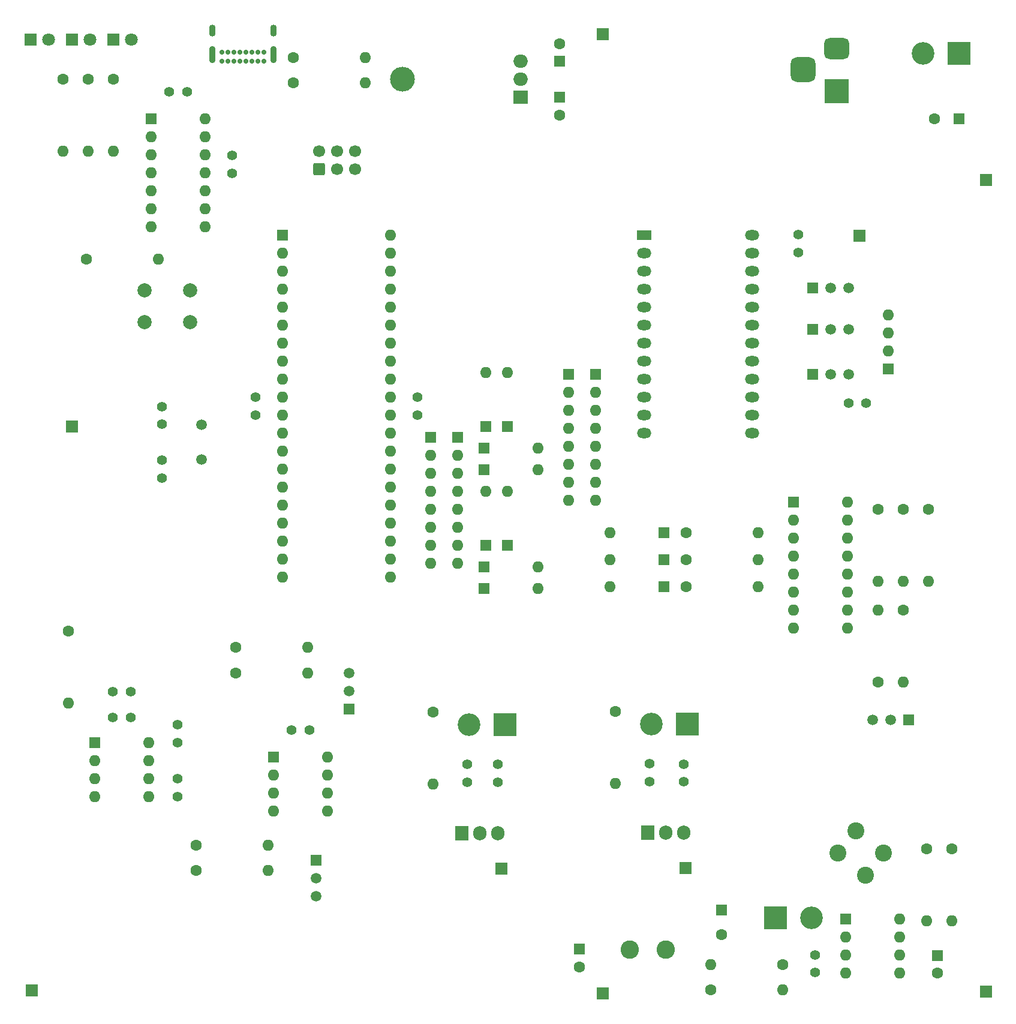
<source format=gbs>
G04 #@! TF.GenerationSoftware,KiCad,Pcbnew,8.0.3*
G04 #@! TF.CreationDate,2024-07-22T04:31:20+02:00*
G04 #@! TF.ProjectId,EPROM-programmer,4550524f-4d2d-4707-926f-6772616d6d65,rev?*
G04 #@! TF.SameCoordinates,Original*
G04 #@! TF.FileFunction,Soldermask,Bot*
G04 #@! TF.FilePolarity,Negative*
%FSLAX46Y46*%
G04 Gerber Fmt 4.6, Leading zero omitted, Abs format (unit mm)*
G04 Created by KiCad (PCBNEW 8.0.3) date 2024-07-22 04:31:20*
%MOMM*%
%LPD*%
G01*
G04 APERTURE LIST*
G04 Aperture macros list*
%AMRoundRect*
0 Rectangle with rounded corners*
0 $1 Rounding radius*
0 $2 $3 $4 $5 $6 $7 $8 $9 X,Y pos of 4 corners*
0 Add a 4 corners polygon primitive as box body*
4,1,4,$2,$3,$4,$5,$6,$7,$8,$9,$2,$3,0*
0 Add four circle primitives for the rounded corners*
1,1,$1+$1,$2,$3*
1,1,$1+$1,$4,$5*
1,1,$1+$1,$6,$7*
1,1,$1+$1,$8,$9*
0 Add four rect primitives between the rounded corners*
20,1,$1+$1,$2,$3,$4,$5,0*
20,1,$1+$1,$4,$5,$6,$7,0*
20,1,$1+$1,$6,$7,$8,$9,0*
20,1,$1+$1,$8,$9,$2,$3,0*%
G04 Aperture macros list end*
%ADD10R,1.700000X1.700000*%
%ADD11C,1.600000*%
%ADD12O,1.600000X1.600000*%
%ADD13R,3.200000X3.200000*%
%ADD14O,3.200000X3.200000*%
%ADD15R,1.600000X1.600000*%
%ADD16C,1.400000*%
%ADD17R,1.500000X1.500000*%
%ADD18C,1.500000*%
%ADD19R,2.000000X1.440000*%
%ADD20O,2.000000X1.440000*%
%ADD21R,1.905000X2.000000*%
%ADD22O,1.905000X2.000000*%
%ADD23C,2.400000*%
%ADD24C,2.600000*%
%ADD25O,3.500000X3.500000*%
%ADD26R,2.000000X1.905000*%
%ADD27O,2.000000X1.905000*%
%ADD28RoundRect,0.250000X0.600000X-0.600000X0.600000X0.600000X-0.600000X0.600000X-0.600000X-0.600000X0*%
%ADD29C,1.700000*%
%ADD30C,2.000000*%
%ADD31R,3.500000X3.500000*%
%ADD32RoundRect,0.750000X-1.000000X0.750000X-1.000000X-0.750000X1.000000X-0.750000X1.000000X0.750000X0*%
%ADD33RoundRect,0.875000X-0.875000X0.875000X-0.875000X-0.875000X0.875000X-0.875000X0.875000X0.875000X0*%
%ADD34R,1.800000X1.800000*%
%ADD35C,1.800000*%
%ADD36C,0.700000*%
%ADD37O,0.900000X2.400000*%
%ADD38O,0.900000X1.700000*%
G04 APERTURE END LIST*
D10*
X21544000Y-175292000D03*
D11*
X50292000Y-130556000D03*
D12*
X60452000Y-130556000D03*
D11*
X127508000Y-171704000D03*
D12*
X117348000Y-171704000D03*
D13*
X88318000Y-137795000D03*
D14*
X83238000Y-137795000D03*
D15*
X55636000Y-142409000D03*
D12*
X55636000Y-144949000D03*
X55636000Y-147489000D03*
X55636000Y-150029000D03*
X63256000Y-150029000D03*
X63256000Y-147489000D03*
X63256000Y-144949000D03*
X63256000Y-142409000D03*
D11*
X58420000Y-43688000D03*
D12*
X68580000Y-43688000D03*
D15*
X149352000Y-170379621D03*
D11*
X149352000Y-172879621D03*
D16*
X82994500Y-145915000D03*
X82994500Y-143415000D03*
D15*
X136408000Y-165222000D03*
D12*
X136408000Y-167762000D03*
X136408000Y-170302000D03*
X136408000Y-172842000D03*
X144028000Y-172842000D03*
X144028000Y-170302000D03*
X144028000Y-167762000D03*
X144028000Y-165222000D03*
D11*
X29210000Y-72136000D03*
D12*
X39370000Y-72136000D03*
D17*
X66294000Y-135636000D03*
D18*
X66294000Y-133096000D03*
X66294000Y-130556000D03*
D16*
X129701500Y-68667000D03*
X129701500Y-71167000D03*
D13*
X152392000Y-43027600D03*
D14*
X147312000Y-43027600D03*
D15*
X142430500Y-87645000D03*
D12*
X142430500Y-85105000D03*
X142430500Y-82565000D03*
X142430500Y-80025000D03*
D10*
X102108000Y-175768000D03*
D15*
X85344000Y-98806000D03*
D12*
X92964000Y-98806000D03*
D19*
X107950000Y-68707000D03*
D20*
X107950000Y-71247000D03*
X107950000Y-73787000D03*
X107950000Y-76327000D03*
X107950000Y-78867000D03*
X107950000Y-81407000D03*
X107950000Y-83947000D03*
X107950000Y-86487000D03*
X107950000Y-89027000D03*
X107950000Y-91567000D03*
X107950000Y-94107000D03*
X107950000Y-96647000D03*
X123190000Y-96647000D03*
X123190000Y-94107000D03*
X123190000Y-91567000D03*
X123190000Y-89027000D03*
X123190000Y-86487000D03*
X123190000Y-83947000D03*
X123190000Y-81407000D03*
X123190000Y-78867000D03*
X123190000Y-76327000D03*
X123190000Y-73787000D03*
X123190000Y-71247000D03*
X123190000Y-68707000D03*
D11*
X29464000Y-46736000D03*
D12*
X29464000Y-56896000D03*
D11*
X113919000Y-118364000D03*
D12*
X124079000Y-118364000D03*
D15*
X30426500Y-140367000D03*
D12*
X30426500Y-142907000D03*
X30426500Y-145447000D03*
X30426500Y-147987000D03*
X38046500Y-147987000D03*
X38046500Y-145447000D03*
X38046500Y-142907000D03*
X38046500Y-140367000D03*
D15*
X110744000Y-118364000D03*
D12*
X103124000Y-118364000D03*
D21*
X108455500Y-153065500D03*
D22*
X110995500Y-153065500D03*
X113535500Y-153065500D03*
D16*
X39873000Y-100477000D03*
X39873000Y-102977000D03*
D11*
X33020000Y-46736000D03*
D12*
X33020000Y-56896000D03*
D16*
X87310000Y-145923000D03*
X87310000Y-143423000D03*
X108712000Y-145822000D03*
X108712000Y-143322000D03*
X60706000Y-138589000D03*
X58206000Y-138589000D03*
D11*
X25908000Y-46736000D03*
D12*
X25908000Y-56896000D03*
D15*
X96012000Y-44196000D03*
D11*
X96012000Y-41696000D03*
D15*
X98806000Y-169505621D03*
D11*
X98806000Y-172005621D03*
X44704000Y-158401000D03*
D12*
X54864000Y-158401000D03*
D23*
X141731999Y-155956001D03*
X135328875Y-155957097D03*
X139233754Y-159079904D03*
X137827121Y-152833194D03*
D11*
X113919000Y-114554000D03*
D12*
X124079000Y-114554000D03*
D11*
X78166000Y-136017000D03*
D12*
X78166000Y-146177000D03*
D15*
X118872000Y-163955349D03*
D11*
X118872000Y-167455349D03*
D21*
X82230000Y-153126500D03*
D22*
X84770000Y-153126500D03*
X87310000Y-153126500D03*
D11*
X144526000Y-121666000D03*
D12*
X144526000Y-131826000D03*
D10*
X113835500Y-158054000D03*
D15*
X85344000Y-101854000D03*
D12*
X92964000Y-101854000D03*
D15*
X85344000Y-115570000D03*
D12*
X92964000Y-115570000D03*
D17*
X131762500Y-82027000D03*
D18*
X134302500Y-82027000D03*
X136842500Y-82027000D03*
D11*
X103883500Y-135956000D03*
D12*
X103883500Y-146116000D03*
D11*
X151384000Y-155306000D03*
D12*
X151384000Y-165466000D03*
D24*
X110958000Y-169545000D03*
X105958000Y-169545000D03*
D16*
X39873000Y-95427000D03*
X39873000Y-92927000D03*
D15*
X85344000Y-118618000D03*
D12*
X92964000Y-118618000D03*
D17*
X131762500Y-88377000D03*
D18*
X134302500Y-88377000D03*
X136842500Y-88377000D03*
D15*
X110744000Y-114554000D03*
D12*
X103124000Y-114554000D03*
D16*
X75941000Y-94087000D03*
X75941000Y-91587000D03*
D11*
X117348000Y-175260000D03*
D12*
X127508000Y-175260000D03*
D25*
X73850000Y-46736000D03*
D26*
X90510000Y-49276000D03*
D27*
X90510000Y-46736000D03*
X90510000Y-44196000D03*
D17*
X131762500Y-76185000D03*
D18*
X134302500Y-76185000D03*
X136842500Y-76185000D03*
D15*
X97282000Y-88392000D03*
D12*
X97282000Y-90932000D03*
X97282000Y-93472000D03*
X97282000Y-96012000D03*
X97282000Y-98552000D03*
X97282000Y-101092000D03*
X97282000Y-103632000D03*
X97282000Y-106172000D03*
D16*
X49794000Y-59979000D03*
X49794000Y-57479000D03*
D11*
X144526000Y-107442000D03*
D12*
X144526000Y-117602000D03*
D28*
X62098000Y-59436000D03*
D29*
X62098000Y-56896000D03*
X64638000Y-59436000D03*
X64638000Y-56896000D03*
X67178000Y-59436000D03*
X67178000Y-56896000D03*
D11*
X26670000Y-124619000D03*
D12*
X26670000Y-134779000D03*
D11*
X113919000Y-110744000D03*
D12*
X124079000Y-110744000D03*
D15*
X88646000Y-112522000D03*
D12*
X88646000Y-104902000D03*
D11*
X58420000Y-47244000D03*
D12*
X68580000Y-47244000D03*
D16*
X53081000Y-91587000D03*
X53081000Y-94087000D03*
X132080000Y-170312000D03*
X132080000Y-172812000D03*
D10*
X156210000Y-175514000D03*
D30*
X43890000Y-80990000D03*
X37390000Y-80990000D03*
X43890000Y-76490000D03*
X37390000Y-76490000D03*
D15*
X85598000Y-95758000D03*
D12*
X85598000Y-88138000D03*
D31*
X135128000Y-48364000D03*
D32*
X135128000Y-42364000D03*
D33*
X130428000Y-45364000D03*
D16*
X42100500Y-145457000D03*
X42100500Y-147957000D03*
X32956500Y-133120500D03*
X35456500Y-133120500D03*
D13*
X114035500Y-137734000D03*
D14*
X108955500Y-137734000D03*
D11*
X44704000Y-154845000D03*
D12*
X54864000Y-154845000D03*
D16*
X113538000Y-145870000D03*
X113538000Y-143370000D03*
D15*
X152400000Y-52324000D03*
D11*
X148900000Y-52324000D03*
D17*
X61616000Y-156972000D03*
D18*
X61616000Y-159512000D03*
X61616000Y-162052000D03*
D11*
X148082000Y-107442000D03*
D12*
X148082000Y-117602000D03*
D16*
X32936500Y-136801000D03*
X35436500Y-136801000D03*
D18*
X45461000Y-100367000D03*
X45461000Y-95487000D03*
D34*
X27173000Y-41148000D03*
D35*
X29713000Y-41148000D03*
D15*
X110744000Y-110744000D03*
D12*
X103124000Y-110744000D03*
D15*
X56891000Y-68707000D03*
D12*
X56891000Y-71247000D03*
X56891000Y-73787000D03*
X56891000Y-76327000D03*
X56891000Y-78867000D03*
X56891000Y-81407000D03*
X56891000Y-83947000D03*
X56891000Y-86487000D03*
X56891000Y-89027000D03*
X56891000Y-91567000D03*
X56891000Y-94107000D03*
X56891000Y-96647000D03*
X56891000Y-99187000D03*
X56891000Y-101727000D03*
X56891000Y-104267000D03*
X56891000Y-106807000D03*
X56891000Y-109347000D03*
X56891000Y-111887000D03*
X56891000Y-114427000D03*
X56891000Y-116967000D03*
X72131000Y-116967000D03*
X72131000Y-114427000D03*
X72131000Y-111887000D03*
X72131000Y-109347000D03*
X72131000Y-106807000D03*
X72131000Y-104267000D03*
X72131000Y-101727000D03*
X72131000Y-99187000D03*
X72131000Y-96647000D03*
X72131000Y-94107000D03*
X72131000Y-91567000D03*
X72131000Y-89027000D03*
X72131000Y-86487000D03*
X72131000Y-83947000D03*
X72131000Y-81407000D03*
X72131000Y-78867000D03*
X72131000Y-76327000D03*
X72131000Y-73787000D03*
X72131000Y-71247000D03*
X72131000Y-68707000D03*
D13*
X126500000Y-165100000D03*
D14*
X131580000Y-165100000D03*
D10*
X138366500Y-68834000D03*
D15*
X38364000Y-52319000D03*
D12*
X38364000Y-54859000D03*
X38364000Y-57399000D03*
X38364000Y-59939000D03*
X38364000Y-62479000D03*
X38364000Y-65019000D03*
X38364000Y-67559000D03*
X45984000Y-67559000D03*
X45984000Y-65019000D03*
X45984000Y-62479000D03*
X45984000Y-59939000D03*
X45984000Y-57399000D03*
X45984000Y-54859000D03*
X45984000Y-52319000D03*
D16*
X136819000Y-92456000D03*
X139319000Y-92456000D03*
D10*
X156210000Y-60960000D03*
D16*
X42100500Y-140317000D03*
X42100500Y-137817000D03*
D11*
X50292000Y-126905000D03*
D12*
X60452000Y-126905000D03*
D15*
X129042000Y-106426000D03*
D12*
X129042000Y-108966000D03*
X129042000Y-111506000D03*
X129042000Y-114046000D03*
X129042000Y-116586000D03*
X129042000Y-119126000D03*
X129042000Y-121666000D03*
X129042000Y-124206000D03*
X136662000Y-124206000D03*
X136662000Y-121666000D03*
X136662000Y-119126000D03*
X136662000Y-116586000D03*
X136662000Y-114046000D03*
X136662000Y-111506000D03*
X136662000Y-108966000D03*
X136662000Y-106426000D03*
D10*
X102108000Y-40386000D03*
D15*
X101092000Y-88392000D03*
D12*
X101092000Y-90932000D03*
X101092000Y-93472000D03*
X101092000Y-96012000D03*
X101092000Y-98552000D03*
X101092000Y-101092000D03*
X101092000Y-103632000D03*
X101092000Y-106172000D03*
D10*
X27178000Y-95758000D03*
D15*
X85598000Y-112522000D03*
D12*
X85598000Y-104902000D03*
D16*
X40894000Y-48514000D03*
X43394000Y-48514000D03*
D34*
X33020000Y-41148000D03*
D35*
X35560000Y-41148000D03*
D36*
X54283000Y-44207000D03*
X53433000Y-44207000D03*
X52583000Y-44207000D03*
X51733000Y-44207000D03*
X50883000Y-44207000D03*
X50033000Y-44207000D03*
X49183000Y-44207000D03*
X48333000Y-44207000D03*
X48333000Y-42857000D03*
X49183000Y-42857000D03*
X50033000Y-42857000D03*
X50883000Y-42857000D03*
X51733000Y-42857000D03*
X52583000Y-42857000D03*
X53433000Y-42857000D03*
X54283000Y-42857000D03*
D37*
X55633000Y-43227000D03*
D38*
X55633000Y-39847000D03*
D37*
X46983000Y-43227000D03*
D38*
X46983000Y-39847000D03*
D17*
X145288000Y-137160000D03*
D18*
X142748000Y-137160000D03*
X140208000Y-137160000D03*
D11*
X140970000Y-107442000D03*
D12*
X140970000Y-117602000D03*
D15*
X88646000Y-95758000D03*
D12*
X88646000Y-88138000D03*
D11*
X140970000Y-131826000D03*
D12*
X140970000Y-121666000D03*
D10*
X87818000Y-158115000D03*
D11*
X147828000Y-155306000D03*
D12*
X147828000Y-165466000D03*
D15*
X77846000Y-97282000D03*
D12*
X77846000Y-99822000D03*
X77846000Y-102362000D03*
X77846000Y-104902000D03*
X77846000Y-107442000D03*
X77846000Y-109982000D03*
X77846000Y-112522000D03*
X77846000Y-115062000D03*
D15*
X81656000Y-97282000D03*
D12*
X81656000Y-99822000D03*
X81656000Y-102362000D03*
X81656000Y-104902000D03*
X81656000Y-107442000D03*
X81656000Y-109982000D03*
X81656000Y-112522000D03*
X81656000Y-115062000D03*
D34*
X21336000Y-41148000D03*
D35*
X23876000Y-41148000D03*
D15*
X96012000Y-49276000D03*
D11*
X96012000Y-51776000D03*
M02*

</source>
